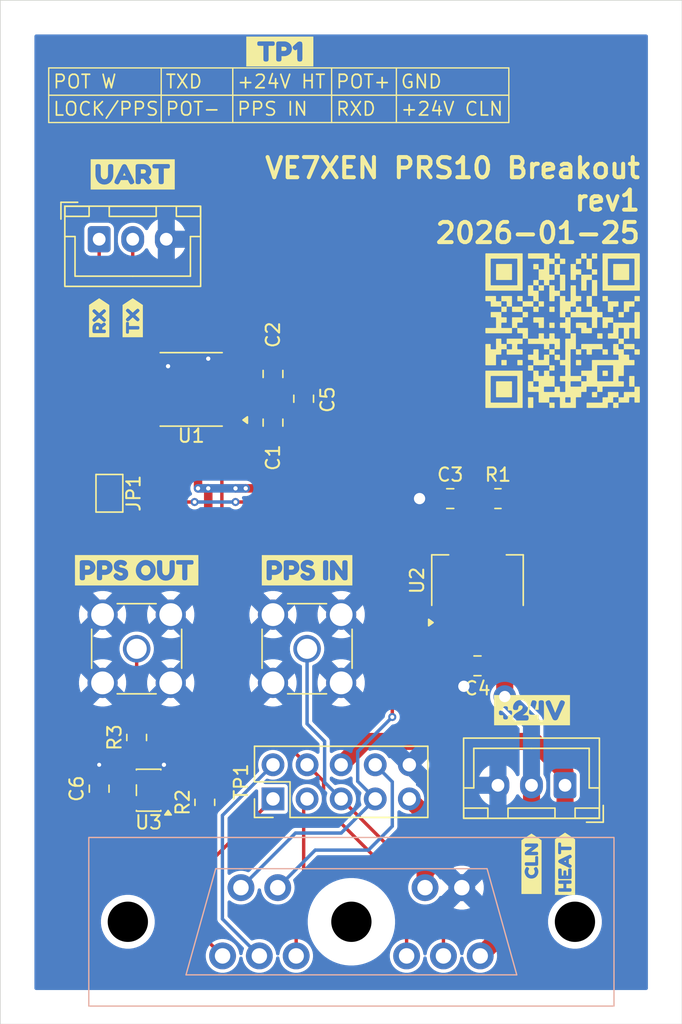
<source format=kicad_pcb>
(kicad_pcb
	(version 20241229)
	(generator "pcbnew")
	(generator_version "9.0")
	(general
		(thickness 1.6)
		(legacy_teardrops no)
	)
	(paper "A4")
	(title_block
		(title "PRS10 Breakout")
		(date "2026-01-25")
		(rev "1")
		(company "VE7XEN")
	)
	(layers
		(0 "F.Cu" signal)
		(2 "B.Cu" signal)
		(9 "F.Adhes" user "F.Adhesive")
		(11 "B.Adhes" user "B.Adhesive")
		(13 "F.Paste" user)
		(15 "B.Paste" user)
		(5 "F.SilkS" user "F.Silkscreen")
		(7 "B.SilkS" user "B.Silkscreen")
		(1 "F.Mask" user)
		(3 "B.Mask" user)
		(17 "Dwgs.User" user "User.Drawings")
		(19 "Cmts.User" user "User.Comments")
		(21 "Eco1.User" user "User.Eco1")
		(23 "Eco2.User" user "User.Eco2")
		(25 "Edge.Cuts" user)
		(27 "Margin" user)
		(31 "F.CrtYd" user "F.Courtyard")
		(29 "B.CrtYd" user "B.Courtyard")
		(35 "F.Fab" user)
		(33 "B.Fab" user)
		(39 "User.1" user)
		(41 "User.2" user)
		(43 "User.3" user)
		(45 "User.4" user)
	)
	(setup
		(stackup
			(layer "F.SilkS"
				(type "Top Silk Screen")
			)
			(layer "F.Paste"
				(type "Top Solder Paste")
			)
			(layer "F.Mask"
				(type "Top Solder Mask")
				(thickness 0.01)
			)
			(layer "F.Cu"
				(type "copper")
				(thickness 0.035)
			)
			(layer "dielectric 1"
				(type "core")
				(thickness 1.51)
				(material "FR4")
				(epsilon_r 4.5)
				(loss_tangent 0.02)
			)
			(layer "B.Cu"
				(type "copper")
				(thickness 0.035)
			)
			(layer "B.Mask"
				(type "Bottom Solder Mask")
				(thickness 0.01)
			)
			(layer "B.Paste"
				(type "Bottom Solder Paste")
			)
			(layer "B.SilkS"
				(type "Bottom Silk Screen")
			)
			(copper_finish "None")
			(dielectric_constraints no)
		)
		(pad_to_mask_clearance 0)
		(allow_soldermask_bridges_in_footprints no)
		(tenting front back)
		(aux_axis_origin 50.8 50.8)
		(grid_origin 50.8 50.8)
		(pcbplotparams
			(layerselection 0x00000000_00000000_55555555_5755f5ff)
			(plot_on_all_layers_selection 0x00000000_00000000_00000000_00000000)
			(disableapertmacros no)
			(usegerberextensions no)
			(usegerberattributes yes)
			(usegerberadvancedattributes yes)
			(creategerberjobfile yes)
			(dashed_line_dash_ratio 12.000000)
			(dashed_line_gap_ratio 3.000000)
			(svgprecision 4)
			(plotframeref no)
			(mode 1)
			(useauxorigin no)
			(hpglpennumber 1)
			(hpglpenspeed 20)
			(hpglpendiameter 15.000000)
			(pdf_front_fp_property_popups yes)
			(pdf_back_fp_property_popups yes)
			(pdf_metadata yes)
			(pdf_single_document no)
			(dxfpolygonmode yes)
			(dxfimperialunits yes)
			(dxfusepcbnewfont yes)
			(psnegative no)
			(psa4output no)
			(plot_black_and_white yes)
			(sketchpadsonfab no)
			(plotpadnumbers no)
			(hidednponfab no)
			(sketchdnponfab yes)
			(crossoutdnponfab yes)
			(subtractmaskfromsilk no)
			(outputformat 1)
			(mirror no)
			(drillshape 1)
			(scaleselection 1)
			(outputdirectory "")
		)
	)
	(net 0 "")
	(net 1 "GND")
	(net 2 "Net-(C3-Pad1)")
	(net 3 "+24V")
	(net 4 "+3.3V")
	(net 5 "/LOCK{slash}1PPS")
	(net 6 "/POT-")
	(net 7 "/RXD{slash}EFC")
	(net 8 "/TXD{slash}PHOTO")
	(net 9 "/1PPS_IN{slash}PHOTO")
	(net 10 "/POT WIPER")
	(net 11 "/POT+")
	(net 12 "/TXD")
	(net 13 "Net-(U1-C1+)")
	(net 14 "unconnected-(U1-R2OUT-Pad9)")
	(net 15 "Net-(U1-VS-)")
	(net 16 "/RXD")
	(net 17 "Net-(U1-C2+)")
	(net 18 "Net-(U1-C2-)")
	(net 19 "unconnected-(U1-T2OUT-Pad7)")
	(net 20 "Net-(U1-C1-)")
	(net 21 "Net-(U1-VS+)")
	(net 22 "Net-(R2-Pad2)")
	(net 23 "Net-(J2-In)")
	(net 24 "unconnected-(U3-NC-Pad1)")
	(net 25 "Net-(JP1-A)")
	(net 26 "Net-(R3-Pad1)")
	(net 27 "/+24V_CLEAN")
	(footprint "Jumper:SolderJumper-2_P1.3mm_Bridged_Pad1.0x1.5mm" (layer "F.Cu") (at 58.928 87.488 -90))
	(footprint "Package_TO_SOT_SMD:SOT-23-5" (layer "F.Cu") (at 61.8505 109.586 180))
	(footprint "Resistor_SMD:R_0805_2012Metric" (layer "F.Cu") (at 60.96 105.664 90))
	(footprint "kibuzzard-6976FD06" (layer "F.Cu") (at 60.96 93.218))
	(footprint "Capacitor_SMD:C_0805_2012Metric" (layer "F.Cu") (at 71.12 82.23 90))
	(footprint "Connector_JST:JST_XH_B3B-XH-A_1x03_P2.50mm_Vertical" (layer "F.Cu") (at 58.166 68.58))
	(footprint "Capacitor_SMD:C_0805_2012Metric" (layer "F.Cu") (at 84.328 87.884 180))
	(footprint "kibuzzard-6976FF16" (layer "F.Cu") (at 60.666 74.422 90))
	(footprint "Connector_Coaxial:SMA_Amphenol_901-144_Vertical" (layer "F.Cu") (at 73.66 99.06))
	(footprint "kibuzzard-6976FF10" (layer "F.Cu") (at 58.166 74.422 90))
	(footprint "kibuzzard-6976FD22" (layer "F.Cu") (at 73.66 93.218))
	(footprint "Capacitor_SMD:C_0805_2012Metric" (layer "F.Cu") (at 86.36 100.33 180))
	(footprint "Capacitor_SMD:C_0805_2012Metric" (layer "F.Cu") (at 58.166 109.474 90))
	(footprint "Connector_PinHeader_2.54mm:PinHeader_2x05_P2.54mm_Vertical" (layer "F.Cu") (at 71.12 110.236 90))
	(footprint "Connector_Coaxial:SMA_Amphenol_901-144_Vertical" (layer "F.Cu") (at 60.96 99.06))
	(footprint "kibuzzard-6976FD56" (layer "F.Cu") (at 90.424 103.632))
	(footprint "Package_TO_SOT_SMD:SOT-223-3_TabPin2" (layer "F.Cu") (at 86.36 93.98 90))
	(footprint "Package_SO:TSSOP-16_4.4x5mm_P0.65mm" (layer "F.Cu") (at 65.024 79.756 180))
	(footprint "Capacitor_SMD:C_0805_2012Metric" (layer "F.Cu") (at 73.406 80.452 90))
	(footprint "Resistor_SMD:R_0805_2012Metric" (layer "F.Cu") (at 66.04 110.49 90))
	(footprint "kibuzzard-6976FF50" (layer "F.Cu") (at 90.384 115.062 90))
	(footprint "Connector_JST:JST_XH_B3B-XH-A_1x03_P2.50mm_Vertical" (layer "F.Cu") (at 92.884 109.22 180))
	(footprint "kibuzzard-69771454" (layer "F.Cu") (at 71.628 54.61))
	(footprint "kibuzzard-6976FF5D" (layer "F.Cu") (at 92.884 115.062 90))
	(footprint "kibuzzard-6976FE8D" (layer "F.Cu") (at 60.666 63.754))
	(footprint "Capacitor_SMD:C_0805_2012Metric" (layer "F.Cu") (at 71.12 78.608 90))
	(footprint "Resistor_SMD:R_0805_2012Metric" (layer "F.Cu") (at 87.884 87.884 180))
	(footprint "projlib:11W1" (layer "B.Cu") (at 76.962 119.38))
	(gr_poly
		(pts
			(xy 89.725562 74.748244) (xy 89.725511 74.750286) (xy 89.725357 74.7523) (xy 89.725105 74.754286)
			(xy 89.724755 74.75624) (xy 89.724312 74.758159) (xy 89.723777 74.760042) (xy 89.723153 74.761886)
			(xy 89.722442 74.763688) (xy 89.721647 74.765446) (xy 89.72077 74.767157) (xy 89.719814 74.768819)
			(xy 89.718781 74.77043) (xy 89.717674 74.771986) (xy 89.716496 74.773485) (xy 89.715248 74.774925)
			(xy 89.713934 74.776304) (xy 89.712555 74.777618) (xy 89.711115 74.778866) (xy 89.709616 74.780045)
			(xy 89.70806 74.781152) (xy 89.706449 74.782184) (xy 89.704787 74.78314) (xy 89.703076 74.784017)
			(xy 89.701318 74.784812) (xy 89.699516 74.785523) (xy 89.697673 74.786147) (xy 89.69579 74.786682)
			(xy 89.69387 74.787126) (xy 89.691916 74.787475) (xy 89.689931 74.787727) (xy 89.687916 74.787881)
			(xy 89.685875 74.787933) (xy 89.368376 74.787933) (xy 89.366334 74.787984) (xy 89.36432 74.788138)
			(xy 89.362334 74.78839) (xy 89.36038 74.788739) (xy 89.358461 74.789183) (xy 89.356578 74.789718)
			(xy 89.354734 74.790342) (xy 89.352932 74.791053) (xy 89.351174 74.791848) (xy 89.349463 74.792725)
			(xy 89.347801 74.793681) (xy 89.346191 74.794713) (xy 89.344635 74.79582) (xy 89.343135 74.796999)
			(xy 89.341695 74.798246) (xy 89.340316 74.799561) (xy 89.339002 74.800939) (xy 89.337754 74.80238)
			(xy 89.336576 74.803879) (xy 89.335469 74.805435) (xy 89.334436 74.807046) (xy 89.33348 74.808707)
			(xy 89.332603 74.810419) (xy 89.331808 74.812177) (xy 89.331097 74.813979) (xy 89.330473 74.815822)
			(xy 89.329938 74.817705) (xy 89.329495 74.819625) (xy 89.329145 74.821578) (xy 89.328893 74.823564)
			(xy 89.32874 74.825579) (xy 89.328688 74.82762) (xy 89.328688 75.184807) (xy 89.289001 75.184807)
			(xy 88.931814 75.184807) (xy 88.931814 74.430745) (xy 88.931865 74.428704) (xy 88.932019 74.426689)
			(xy 88.932271 74.424704) (xy 88.93262 74.42275) (xy 88.933063 74.42083) (xy 88.933598 74.418948)
			(xy 88.934222 74.417104) (xy 88.934932 74.415302) (xy 88.935727 74.413544) (xy 88.936604 74.411833)
			(xy 88.937559 74.410171) (xy 88.938591 74.408561) (xy 88.939698 74.407004) (xy 88.940876 74.405505)
			(xy 88.942123 74.404065) (xy 88.943438 74.402686) (xy 88.944816 74.401372) (xy 88.946256 74.400124)
			(xy 88.947755 74.398946) (xy 88.949311 74.397839) (xy 88.950921 74.396806) (xy 88.952583 74.39585)
			(xy 88.954295 74.394973) (xy 88.956053 74.394178) (xy 88.957855 74.393467) (xy 88.959699 74.392843)
			(xy 88.961582 74.392308) (xy 88.963502 74.391865) (xy 88.965457 74.391515) (xy 88.967443 74.391263)
			(xy 88.969459 74.39111) (xy 88.971501 74.391058) (xy 89.725562 74.391058)
		)
		(stroke
			(width 0)
			(type solid)
		)
		(fill yes)
		(layer "F.SilkS")
		(uuid "01f4af6f-2fe6-4066-b4e0-cf69bd4615e5")
	)
	(gr_poly
		(pts
			(xy 98.02228 76.375482) (xy 98.024295 76.375635) (xy 98.02628 76.375888) (xy 98.028234 76.376237)
			(xy 98.030154 76.376681) (xy 98.032037 76.377216) (xy 98.03388 76.37784) (xy 98.035682 76.378551)
			(xy 98.03744 76.379346) (xy 98.039151 76.380223) (xy 98.040813 76.381179) (xy 98.042424 76.382211)
			(xy 98.04398 76.383318) (xy 98.045479 76.384497) (xy 98.04692 76.385744) (xy 98.048298 76.387059)
			(xy 98.049613 76.388437) (xy 98.05086 76.389878) (xy 98.052039 76.391377) (xy 98.053146 76.392933)
			(xy 98.054178 76.394543) (xy 98.055134 76.396205) (xy 98.056011 76.397917) (xy 98.056806 76.399674)
			(xy 98.057517 76.401476) (xy 98.058141 76.40332) (xy 98.058676 76.405203) (xy 98.05912 76.407123)
			(xy 98.059469 76.409076) (xy 98.059722 76.411062) (xy 98.059875 76.413077) (xy 98.059927 76.415118)
			(xy 98.059927 76.772304) (xy 98.02024 76.772304) (xy 97.266177 76.772304) (xy 97.266177 76.37543)
			(xy 98.020239 76.37543)
		)
		(stroke
			(width 0)
			(type solid)
		)
		(fill yes)
		(layer "F.SilkS")
		(uuid "06158d39-d673-49fd-a078-c64b9e7b8d53")
	)
	(gr_poly
		(pts
			(xy 90.916186 73.954496) (xy 90.916134 73.956537) (xy 90.915981 73.958552) (xy 90.915728 73.960537)
			(xy 90.915379 73.962491) (xy 90.914936 73.96441) (xy 90.914401 73.966293) (xy 90.913776 73.968137)
			(xy 90.913065 73.969939) (xy 90.91227 73.971697) (xy 90.911394 73.973408) (xy 90.910438 73.97507)
			(xy 90.909405 73.97668) (xy 90.908298 73.978236) (xy 90.90712 73.979736) (xy 90.905872 73.981176)
			(xy 90.904557 73.982555) (xy 90.903179 73.983869) (xy 90.901739 73.985117) (xy 90.900239 73.986295)
			(xy 90.898683 73.987402) (xy 90.897073 73.988435) (xy 90.895411 73.989391) (xy 90.8937 73.990268)
			(xy 90.891942 73.991063) (xy 90.89014 73.991774) (xy 90.888296 73.992398) (xy 90.886413 73.992933)
			(xy 90.884493 73.993376) (xy 90.88254 73.993726) (xy 90.880554 73.993978) (xy 90.878539 73.994132)
			(xy 90.876498 73.994183) (xy 90.558999 73.994183) (xy 90.556958 73.994132) (xy 90.554943 73.993978)
			(xy 90.552958 73.993726) (xy 90.551004 73.993376) (xy 90.549084 73.992933) (xy 90.547201 73.992398)
			(xy 90.545358 73.991774) (xy 90.543556 73.991063) (xy 90.541798 73.990268) (xy 90.540087 73.989391)
			(xy 90.538425 73.988435) (xy 90.536814 73.987402) (xy 90.535258 73.986295) (xy 90.533759 73.985117)
			(xy 90.532318 73.983869) (xy 90.53094 73.982555) (xy 90.529626 73.981176) (xy 90.528378 73.979736)
			(xy 90.527199 73.978237) (xy 90.526092 73.97668) (xy 90.52506 73.97507) (xy 90.524104 73.973408)
			(xy 90.523227 73.971697) (xy 90.522432 73.969939) (xy 90.521721 73.968137) (xy 90.521097 73.966293)
			(xy 90.520562 73.964411) (xy 90.520118 73.962491) (xy 90.519769 73.960537) (xy 90.519517 73.958552)
			(xy 90.519363 73.956537) (xy 90.519312 73.954496) (xy 90.519312 73.597309) (xy 90.916186 73.597309)
		)
		(stroke
			(width 0)
			(type solid)
		)
		(fill yes)
		(layer "F.SilkS")
		(uuid "0742892b-3c90-4cbe-b4c6-21f969455b15")
	)
	(gr_poly
		(pts
			(xy 95.641033 75.581733) (xy 95.643048 75.581886) (xy 95.645033 75.582139) (xy 95.646987 75.582488)
			(xy 95.648907 75.582931) (xy 95.65079 75.583466) (xy 95.652633 75.584091) (xy 95.654435 75.584802)
			(xy 95.656193 75.585597) (xy 95.657905 75.586473) (xy 95.659567 75.587429) (xy 95.661177 75.588462)
			(xy 95.662733 75.589569) (xy 95.664232 75.590747) (xy 95.665673 75.591995) (xy 95.667051 75.59331)
			(xy 95.668366 75.594688) (xy 95.669614 75.596128) (xy 95.670792 75.597628) (xy 95.671899 75.599184)
			(xy 95.672932 75.600794) (xy 95.673888 75.602456) (xy 95.674764 75.604168) (xy 95.67556 75.605925)
			(xy 95.676271 75.607727) (xy 95.676895 75.609571) (xy 95.67743 75.611454) (xy 95.677873 75.613374)
			(xy 95.678223 75.615328) (xy 95.678475 75.617313) (xy 95.678628 75.619328) (xy 95.67868 75.621369)
			(xy 95.67868 75.938868) (xy 95.678628 75.94091) (xy 95.678475 75.942924) (xy 95.678223 75.94491)
			(xy 95.677873 75.946864) (xy 95.67743 75.948783) (xy 95.676895 75.950666) (xy 95.676271 75.95251)
			(xy 95.67556 75.954312) (xy 95.674764 75.95607) (xy 95.673888 75.957781) (xy 95.672932 75.959443)
			(xy 95.671899 75.961053) (xy 95.670792 75.962609) (xy 95.669614 75.964109) (xy 95.668366 75.965549)
			(xy 95.667051 75.966927) (xy 95.665673 75.968242) (xy 95.664232 75.96949) (xy 95.662733 75.970668)
			(xy 95.661177 75.971775) (xy 95.659567 75.972808) (xy 95.657905 75.973763) (xy 95.656193 75.97464)
			(xy 95.654435 75.975435) (xy 95.652633 75.976146) (xy 95.65079 75.976771) (xy 95.648907 75.977306)
			(xy 95.646987 75.977749) (xy 95.645033 75.978098) (xy 95.643048 75.978351) (xy 95.641033 75.978504)
			(xy 95.638992 75.978556) (xy 95.321493 75.978556) (xy 95.319451 75.978504) (xy 95.317437 75.978351)
			(xy 95.315451 75.978098) (xy 95.313498 75.977749) (xy 95.311578 75.977306) (xy 95.309695 75.976771)
			(xy 95.307851 75.976146) (xy 95.306049 75.975435) (xy 95.304292 75.97464) (xy 95.30258 75.973763)
			(xy 95.300918 75.972808) (xy 95.299308 75.971775) (xy 95.297752 75.970668) (xy 95.296253 75.96949)
			(xy 95.294812 75.968242) (xy 95.293434 75.966927) (xy 95.292119 75.965549) (xy 95.290872 75.964109)
			(xy 95.289693 75.962609) (xy 95.288586 75.961053) (xy 95.287554 75.959443) (xy 95.286598 75.957781)
			(xy 95.285721 75.95607) (xy 95.284926 75.954312) (xy 95.284215 75.95251) (xy 95.283591 75.950666)
			(xy 95.283056 75.948783) (xy 95.282612 75.946864) (xy 95.282263 75.94491) (xy 95.28201 75.942924)
			(xy 95.281857 75.94091) (xy 95.281805 75.938868) (xy 95.281805 75.621369) (xy 95.281857 75.619328)
			(xy 95.28201 75.617313) (xy 95.282263 75.615328) (xy 95.282612 75.613374) (xy 95.283056 75.611454)
			(xy 95.283591 75.609571) (xy 95.284215 75.607727) (xy 95.284926 75.605925) (xy 95.285721 75.604168)
			(xy 95.286598 75.602456) (xy 95.287554 75.600794) (xy 95.288586 75.599184) (xy 95.289693 75.597628)
			(xy 95.290872 75.596128) (xy 95.292119 75.594688) (xy 95.293434 75.59331) (xy 95.294812 75.591995)
			(xy 95.296253 75.590747) (xy 95.297752 75.589569) (xy 95.299308 75.588462) (xy 95.300918 75.587429)
			(xy 95.30258 75.586473) (xy 95.304292 75.585597) (xy 95.306049 75.584802) (xy 95.307851 75.584091)
			(xy 95.309695 75.583466) (xy 95.311578 75.582931) (xy 95.313498 75.582488) (xy 95.315451 75.582139)
			(xy 95.317437 75.581886) (xy 95.319451 75.581733) (xy 95.321493 75.581681) (xy 95.638992 75.581681)
		)
		(stroke
			(width 0)
			(type solid)
		)
		(fill yes)
		(layer "F.SilkS")
		(uuid "07b6f201-4d9d-45a7-b04d-5b9ebdf69389")
	)
	(gr_poly
		(pts
			(xy 98.02228 78.756729) (xy 98.024295 78.756882) (xy 98.02628 78.757135) (xy 98.028234 78.757484)
			(xy 98.030154 78.757927) (xy 98.032037 78.758462) (xy 98.03388 78.759087) (xy 98.035682 78.759797)
			(xy 98.03744 78.760593) (xy 98.039151 78.761469) (xy 98.040813 78.762425) (xy 98.042424 78.763458)
			(xy 98.04398 78.764565) (xy 98.045479 78.765743) (xy 98.04692 78.766991) (xy 98.048298 78.768305)
			(xy 98.049613 78.769684) (xy 98.05086 78.771124) (xy 98.052039 78.772624) (xy 98.053146 78.77418)
			(xy 98.054178 78.77579) (xy 98.055134 78.777452) (xy 98.056011 78.779163) (xy 98.056806 78.780921)
			(xy 98.057517 78.782723) (xy 98.058141 78.784567) (xy 98.058676 78.78645) (xy 98.05912 78.78837)
			(xy 98.059469 78.790324) (xy 98.059722 78.792309) (xy 98.059875 78.794324) (xy 98.059927 78.796365)
			(xy 98.059927 79.550426) (xy 98.020239 79.550426) (xy 97.702739 79.550426) (xy 97.700698 79.550375)
			(xy 97.698684 79.550221) (xy 97.696698 79.549969) (xy 97.694744 79.54962) (xy 97.692825 79.549176)
			(xy 97.690942 79.548641) (xy 97.689098 79.548017) (xy 97.687296 79.547306) (xy 97.685539 79.546511)
			(xy 97.683827 79.545634) (xy 97.682165 79.544678) (xy 97.680555 79.543645) (xy 97.678999 79.542539)
			(xy 97.6775 79.54136) (xy 97.67606 79.540112) (xy 97.674681 79.538798) (xy 97.673367 79.537419) (xy 97.672119 79.535979)
			(xy 97.67094 79.53448) (xy 97.669834 79.532923) (xy 97.668801 79.531313) (xy 97.667845 79.529651)
			(xy 97.666968 79.52794) (xy 97.666173 79.526182) (xy 97.665462 79.52438) (xy 97.664838 79.522536)
			(xy 97.664303 79.520653) (xy 97.663859 79.518734) (xy 97.66351 79.51678) (xy 97.663258 79.514794)
			(xy 97.663104 79.51278) (xy 97.663053 79.510738) (xy 97.663053 78.796365) (xy 97.663104 78.794324)
			(xy 97.663258 78.792309) (xy 97.66351 78.790324) (xy 97.663859 78.78837) (xy 97.664303 78.78645)
			(xy 97.664838 78.784567) (xy 97.665462 78.782723) (xy 97.666173 78.780921) (xy 97.666968 78.779163)
			(xy 97.667845 78.777452) (xy 97.668801 78.77579) (xy 97.669834 78.77418) (xy 97.67094 78.772624)
			(xy 97.672119 78.771124) (xy 97.673367 78.769684) (xy 97.674681 78.768305) (xy 97.67606 78.766991)
			(xy 97.6775 78.765743) (xy 97.678999 78.764565) (xy 97.680555 78.763458) (xy 97.682165 78.762425)
			(xy 97.683827 78.761469) (xy 97.685539 78.760593) (xy 97.687296 78.759797) (xy 97.689098 78.759087)
			(xy 97.690942 78.758462) (xy 97.692825 78.757927) (xy 97.694744 78.757484) (xy 97.696698 78.757135)
			(xy 97.698684 78.756882) (xy 97.700698 78.756729) (xy 97.702739 78.756677) (xy 98.020239 78.756677)
		)
		(stroke
			(width 0)
			(type solid)
		)
		(fill yes)
		(layer "F.SilkS")
		(uuid "1656b970-a781-4571-b66e-95ab9e45dc46")
	)
	(gr_poly
		(pts
			(xy 96.037908 72.803612) (xy 96.039923 72.803765) (xy 96.041908 72.804017) (xy 96.043862 72.804367)
			(xy 96.045781 72.80481) (xy 96.047664 72.805345) (xy 96.049508 72.805969) (xy 96.05131 72.80668)
			(xy 96.053068 72.807475) (xy 96.054779 72.808352) (xy 96.056441 72.809308) (xy 96.058051 72.810341)
			(xy 96.059607 72.811448) (xy 96.061107 72.812626) (xy 96.062547 72.813874) (xy 96.063926 72.815188)
			(xy 96.06524 72.816567) (xy 96.066488 72.818007) (xy 96.067666 72.819507) (xy 96.068773 72.821063)
			(xy 96.069806 72.822673) (xy 96.070762 72.824335) (xy 96.071639 72.826046) (xy 96.072434 72.827804)
			(xy 96.073145 72.829606) (xy 96.073769 72.83145) (xy 96.074304 72.833333) (xy 96.074747 72.835252)
			(xy 96.075096 72.837206) (xy 96.075349 72.839192) (xy 96.075502 72.841206) (xy 96.075554 72.843248)
			(xy 96.075554 73.200435) (xy 96.035867 73.200435) (xy 95.718367 73.200435) (xy 95.716326 73.200383)
			(xy 95.714312 73.20023) (xy 95.712326 73.199977) (xy 95.710372 73.199628) (xy 95.708453 73.199184)
			(xy 95.70657 73.198649) (xy 95.704726 73.198025) (xy 95.702924 73.197314) (xy 95.701166 73.196519)
			(xy 95.699455 73.195642) (xy 95.697793 73.194686) (xy 95.696183 73.193654) (xy 95.694627 73.192547)
			(xy 95.693127 73.191368) (xy 95.691687 73.19012) (xy 95.690308 73.188806) (xy 95.688994 73.187427)
			(xy 95.687746 73.185987) (xy 95.686568 73.184488) (xy 95.685461 73.182932) (xy 95.684428 73.181321)
			(xy 95.683472 73.179659) (xy 95.682596 73.177948) (xy 95.6818 73.17619) (xy 95.68109 73.174388) (xy 95.680465 73.172545)
			(xy 95.67993 73.170662) (xy 95.679487 73.168742) (xy 95.679138 73.166788) (xy 95.678885 73.164803)
			(xy 95.678732 73.162788) (xy 95.67868 73.160747) (xy 95.67868 72.843248) (xy 95.678732 72.841206)
			(xy 95.678885 72.839192) (xy 95.679138 72.837206) (xy 95.679487 72.835252) (xy 95.67993 72.833333)
			(xy 95.680465 72.83145) (xy 95.68109 72.829606) (xy 95.6818 72.827804) (xy 95.682596 72.826046) (xy 95.683472 72.824335)
			(xy 95.684428 72.822673) (xy 95.685461 72.821063) (xy 95.686568 72.819507) (xy 95.687746 72.818007)
			(xy 95.688994 72.816567) (xy 95.690308 72.815188) (xy 95.691687 72.813874) (xy 95.693127 72.812626)
			(xy 95.694627 72.811448) (xy 95.696183 72.810341) (xy 95.697793 72.809308) (xy 95.699455 72.808352)
			(xy 95.701166 72.807475) (xy 95.702924 72.80668) (xy 95.704726 72.805969) (xy 95.70657 72.805345)
			(xy 95.708453 72.80481) (xy 95.710372 72.804367) (xy 95.712326 72.804017) (xy 95.714312 72.803765)
			(xy 95.716326 72.803612) (xy 95.718367 72.80356) (xy 96.035867 72.80356)
		)
		(stroke
			(width 0)
			(type solid)
		)
		(fill yes)
		(layer "F.SilkS")
		(uuid "19b4bef0-674f-4d02-a7ad-c295d393f7e8")
	)
	(gr_poly
		(pts
			(xy 95.281805 80.304488) (xy 95.281754 80.306529) (xy 95.2816 80.308544) (xy 95.281348 80.310529)
			(xy 95.280999 80.312483) (xy 95.280555 80.314403) (xy 95.28002 80.316286) (xy 95.279396 80.318129)
			(xy 95.278685 80.319931) (xy 95.27789 80.321689) (xy 95.277013 80.3234) (xy 95.276057 80.325062)
			(xy 95.275024 80.326673) (xy 95.273918 80.328229) (xy 95.272739 80.329728) (xy 95.271491 80.331169)
			(xy 95.270177 80.332547) (xy 95.268798 80.333862) (xy 95.267358 80.335109) (xy 95.265859 80.336288)
			(xy 95.264303 80.337395) (xy 95.262692 80.338427) (xy 95.26103 80.339383) (xy 95.259319 80.34026)
			(xy 95.257561 80.341055) (xy 95.255759 80.341766) (xy 95.253915 80.34239) (xy 95.252032 80.342926)
			(xy 95.250113 80.343369) (xy 95.248159 80.343718) (xy 95.246173 80.343971) (xy 95.244159 80.344124)
			(xy 95.242117 80.344176) (xy 94.924618 80.344176) (xy 94.922577 80.344124) (xy 94.920562 80.343971)
			(xy 94.918577 80.343718) (xy 94.916623 80.343369) (xy 94.914703 80.342926) (xy 94.91282 80.34239)
			(xy 94.910977 80.341766) (xy 94.909175 80.341055) (xy 94.907417 80.34026) (xy 94.905706 80.339383)
			(xy 94.904044 80.338427) (xy 94.902433 80.337395) (xy 94.900877 80.336288) (xy 94.899378 80.335109)
			(xy 94.897938 80.333862) (xy 94.896559 80.332547) (xy 94.895245 80.331169) (xy 94.893997 80.329728)
			(xy 94.892819 80.328229) (xy 94.891712 80.326673) (xy 94.890679 80.325062) (xy 94.889723 80.3234)
			(xy 94.888846 80.321689) (xy 94.888051 80.319931) (xy 94.88734 80.318129) (xy 94.886716 80.316286)
			(xy 94.886181 80.314403) (xy 94.885738 80.312483) (xy 94.885388 80.310529) (xy 94.885136 80.308544)
			(xy 94.884982 80.306529) (xy 94.884931 80.304488) (xy 94.884931 79.986988) (xy 94.884982 79.984947)
			(xy 94.885136 79.982932) (xy 94.885388 79.980947) (xy 94.885738 79.978993) (xy 94.886181 79.977074)
			(xy 94.886716 79.975191) (xy 94.88734 79.973347) (xy 94.888051 79.971545) (xy 94.888846 79.969787)
			(xy 94.889723 79.968076) (xy 94.890679 79.966414) (xy 94.891712 79.964804) (xy 94.892819 79.963247)
			(xy 94.893997 79.961748) (xy 94.895245 79.960308) (xy 94.896559 79.958929) (xy 94.897938 79.957615)
			(xy 94.899378 79.956367) (xy 94.900877 79.955188) (xy 94.902433 79.954081) (xy 94.904044 79.953049)
			(xy 94.905706 79.952093) (xy 94.907417 79.951216) (xy 94.909175 79.950421) (xy 94.910977 79.94971)
			(xy 94.91282 79.949086) (xy 94.914703 79.948551) (xy 94.916623 79.948107) (xy 94.918577 79.947758)
			(xy 94.920562 79.947505) (xy 94.922577 79.947352) (xy 94.924618 79.9473) (xy 95.281805 79.9473)
		)
		(stroke
			(width 0)
			(type solid)
		)
		(fill yes)
		(layer "F.SilkS")
		(uuid "1a6b34cf-30ff-4e63-9fae-f2f141236957")
	)
	(gr_poly
		(pts
			(xy 96.869303 81.098237) (xy 96.869252 81.100278) (xy 96.869098 81.102293) (xy 96.868846 81.104278)
			(xy 96.868497 81.106232) (xy 96.868053 81.108151) (xy 96.867518 81.110034) (xy 96.866894 81.111878)
			(xy 96.866183 81.11368) (xy 96.865388 81.115438) (xy 96.864511 81.117149) (xy 96.863555 81.118811)
			(xy 96.862522 81.120421) (xy 96.861416 81.121977) (xy 96.860237 81.123477) (xy 96.858989 81.124917)
			(xy 96.857675 81.126295) (xy 96.856296 81.12761) (xy 96.854856 81.128857) (xy 96.853357 81.130036)
			(xy 96.8518 81.131143) (xy 96.85019 81.132175) (xy 96.848528 81.133131) (xy 96.846817 81.134008)
			(xy 96.845059 81.134803) (xy 96.843257 81.135514) (xy 96.841413 81.136138) (xy 96.83953 81.136673)
			(xy 96.837611 81.137117) (xy 96.835657 81.137466) (xy 96.833671 81.137719) (xy 96.831657 81.137872)
			(xy 96.829615 81.137924) (xy 96.512116 81.137924) (xy 96.510075 81.137872) (xy 96.50806 81.137719)
			(xy 96.506075 81.137466) (xy 96.504121 81.137117) (xy 96.502201 81.136673) (xy 96.500318 81.136138)
			(xy 96.498475 81.135514) (xy 96.496673 81.134803) (xy 96.494915 81.134008) (xy 96.493204 81.133131)
			(xy 96.491542 81.132175) (xy 96.489931 81.131143) (xy 96.488375 81.130036) (xy 96.486876 81.128857)
			(xy 96.485436 81.12761) (xy 96.484057 81.126295) (xy 96.482743 81.124917) (xy 96.481495 81.123477)
			(xy 96.480316 81.121977) (xy 96.47921 81.120421) (xy 96.478177 81.118811) (xy 96.477221 81.117149)
			(xy 96.476344 81.115438) (xy 96.475549 81.11368) (xy 96.474838 81.111878) (xy 96.474214 81.110034)
			(xy 96.473679 81.108151) (xy 96.473235 81.106232) (xy 96.472886 81.104278) (xy 96.472634 81.102293)
			(xy 96.47248 81.100278) (xy 96.472429 81.098237) (xy 96.472429 80.74105) (xy 96.869303 80.74105)
		)
		(stroke
			(width 0)
			(type solid)
		)
		(fill yes)
		(layer "F.SilkS")
		(uuid "1ac72c5c-3611-464b-8437-a357a462e260")
	)
	(gr_poly
		(pts
			(xy 87.703545 72.803612) (xy 87.70556 72.803765) (xy 87.707547 72.804017) (xy 87.709501 72.804367)
			(xy 87.711421 72.80481) (xy 87.713305 72.805345) (xy 87.715149 72.805969) (xy 87.716951 72.80668)
			(xy 87.718709 72.807475) (xy 87.72042 72.808352) (xy 87.722082 72.809308) (xy 87.723692 72.810341)
			(xy 87.725248 72.811448) (xy 87.726748 72.812626) (xy 87.728188 72.813874) (xy 87.729566 72.815188)
			(xy 87.73088 72.816567) (xy 87.732127 72.818007) (xy 87.733306 72.819507) (xy 87.734412 72.821063)
			(xy 87.735444 72.822673) (xy 87.7364 72.824335) (xy 87.737276 72.826046) (xy 87.738071 72.827804)
			(xy 87.738782 72.829606) (xy 87.739406 72.83145) (xy 87.739941 72.833333) (xy 87.740384 72.835252)
			(xy 87.740733 72.837206) (xy 87.740985 72.839192) (xy 87.741138 72.841206) (xy 87.74119 72.843248)
			(xy 87.74119 73.160747) (xy 87.741242 73.162788) (xy 87.741395 73.164803) (xy 87.741647 73.166788)
			(xy 87.741996 73.168742) (xy 87.742439 73.170662) (xy 87.742974 73.172545) (xy 87.743598 73.174388)
			(xy 87.744309 73.17619) (xy 87.745103 73.177948) (xy 87.74598 73.179659) (xy 87.746936 73.181321)
			(xy 87.747968 73.182932) (xy 87.749074 73.184488) (xy 87.750252 73.185987) (xy 87.7515 73.187427)
			(xy 87.752814 73.188806) (xy 87.754192 73.19012) (xy 87.755632 73.191368) (xy 87.757132 73.192547)
			(xy 87.758687 73.193654) (xy 87.760298 73.194686) (xy 87.76196 73.195642) (xy 87.763671 73.196519)
			(xy 87.765429 73.197314) (xy 87.767231 73.198025) (xy 87.769075 73.198649) (xy 87.770959 73.199184)
			(xy 87.772879 73.199628) (xy 87.774833 73.199977) (xy 87.776819 73.20023) (xy 87.778835 73.200383)
			(xy 87.780877 73.200435) (xy 88.138064 73.200435) (xy 88.138064 72.843248) (xy 88.138116 72.841206)
			(xy 88.138269 72.839192) (xy 88.138522 72.837206) (xy 88.138871 72.835252) (xy 88.139314 72.833333)
			(xy 88.139849 72.83145) (xy 88.140473 72.829606) (xy 88.141183 72.827804) (xy 88.141978 72.826046)
			(xy 88.142854 72.824335) (xy 88.14381 72.822673) (xy 88.144842 72.821063) (xy 88.145949 72.819507)
			(xy 88.147127 72.818007) (xy 88.148374 72.816567) (xy 88.149688 72.815188) (xy 88.151067 72.813874)
			(xy 88.152507 72.812626) (xy 88.154006 72.811448) (xy 88.155562 72.810341) (xy 88.157172 72.809308)
			(xy 88.158834 72.808352) (xy 88.160545 72.807475) (xy 88.162303 72.80668) (xy 88.164106 72.805969)
			(xy 88.16595 72.805345) (xy 88.167833 72.80481) (xy 88.169753 72.804367) (xy 88.171708 72.804017)
			(xy 88.173694 72.803765) (xy 88.175709 72.803612) (xy 88.177752 72.80356) (xy 88.892126 72.80356)
			(xy 88.894168 72.803612) (xy 88.896184 72.803765) (xy 88.89817 72.804017) (xy 88.900124 72.804367)
			(xy 88.902045 72.80481) (xy 88.903928 72.805345) (xy 88.905772 72.805969) (xy 88.907574 72.80668)
			(xy 88.909332 72.807475) (xy 88.911044 72.808352) (xy 88.912706 72.809308) (xy 88.914316 72.810341)
			(xy 88.915872 72.811448) (xy 88.917371 72.812626) (xy 88.918811 72.813874) (xy 88.92019 72.815188)
			(xy 88.921504 72.816567) (xy 88.922751 72.818007) (xy 88.923929 72.819507) (xy 88.925036 72.821063)
			(xy 88.926068 72.822673) (xy 88.927024 72.824335) (xy 88.9279 72.826046) (xy 88.928695 72.827804)
			(xy 88.929405 72.829606) (xy 88.930029 72.83145) (xy 88.930564 72.833333) (xy 88.931007 72.835252)
			(xy 88.931356 72.837206) (xy 88.931609 72.839192) (xy 88.931762 72.841206) (xy 88.931814 72.843248)
			(xy 88.931814 73.597309) (xy 88.892127 73.597309) (xy 88.534939 73.597309) (xy 88.534939 73.240122)
			(xy 88.534887 73.238081) (xy 88.534734 73.236066) (xy 88.534482 73.234081) (xy 88.534133 73.232127)
			(xy 88.53369 73.230207) (xy 88.533155 73.228324) (xy 88.532531 73.226481) (xy 88.53182 73.224679)
			(xy 88.531025 73.222921) (xy 88.530149 73.22121) (xy 88.529193 73.219548) (xy 88.528161 73.217937)
			(xy 88.527055 73.216381) (xy 88.525876 73.214882) (xy 88.524629 73.213441) (xy 88.523315 73.212063)
			(xy 88.521937 73.210749) (xy 88.520497 73.209501) (xy 88.518997 73.208322) (xy 88.517441 73.207215)
			(xy 88.515831 73.206183) (xy 88.514169 73.205227) (xy 88.512458 73.20435) (xy 88.5107 73.203555)
			(xy 88.508898 73.202844) (xy 88.507054 73.20222) (xy 88.50517 73.201685) (xy 88.50325 73.201241)
			(xy 88.501296 73.200892) (xy 88.499309 73.20064) (xy 88.497294 73.200486) (xy 88.495252 73.200435)
			(xy 88.138064 73.200435) (xy 88.138064 73.597309) (xy 88.098378 73.597309) (xy 87.384003 73.597309)
			(xy 87.381961 73.597257) (xy 87.379945 73.597104) (xy 87.377959 73.596851) (xy 87.376004 73.596502)
			(xy 87.374084 73.596059) (xy 87.372201 73.595524) (xy 87.370357 73.594899) (xy 87.368554 73.594188)
			(xy 87.366796 73.593393) (xy 87.365085 73.592517) (xy 87.363423 73.591561) (xy 87.361813 73.590528)
			(xy 87.360257 73.589421) (xy 87.358758 73.588243) (xy 87.357318 73.586995) (xy 87.355939 73.58568)
			(xy 87.354625 73.584302) (xy 87.353378 73.582862) (xy 87.3522 73.581362) (xy 87.351093 73.579806)
			(xy 87.350061 73.578196) (xy 87.349105 73.576534) (xy 87.348229 73.574823) (xy 87.347434 73.573065)
			(xy 87.346724 73.571263) (xy 87.3461 73.569419) (xy 87.345565 73.567536) (xy 87.345122 73.565616)
			(xy 87.344773 73.563663) (xy 87.34452 73.561677) (xy 87.344367 73.559662) (xy 87.344315 73.557621)
			(xy 87.344315 73.240122) (xy 87.344264 73.238081) (xy 87.344111 73.236066) (xy 87.343858 73.234081)
			(xy 87.343509 73.232127) (xy 87.343066 73.230207) (xy 87.342531 73.228324) (xy 87.341907 73.226481)
			(xy 87.341197 73.224679) (xy 87.340402 73.222921) (xy 87.339526 73.22121) (xy 87.33857 73.219548)
			(xy 87.337538 73.217937) (xy 87.336431 73.216381) (xy 87.335253 73.214882) (xy 87.334006 73.213441)
			(xy 87.332692 73.212063) (xy 87.331313 73.210749) (xy 87.329873 73.209501) (xy 87.328374 73.208322)
			(xy 87.326818 73.207215) (xy 87.325208 73.206183) (xy 87.323546 73.205227) (xy 87.321834 73.20435)
			(xy 87.320076 73.203555) (xy 87.318274 73.202844) (xy 87.31643 73.20222) (xy 87.314547 73.201685)
			(xy 87.312627 73.201241) (xy 87.310672 73.200892) (xy 87.308686 73.20064) (xy 87.30667 73.200486)
			(xy 87.304628 73.200435) (xy 86.987128 73.200435) (xy 86.985086 73.200383) (xy 86.98307 73.20023)
			(xy 86.981084 73.199977) (xy 86.97913 73.199628) (xy 86.97721 73.199184) (xy 86.975326 73.198649)
			(xy 86.973482 73.198025) (xy 86.97168 73.197314) (xy 86.969922 73.196519) (xy 86.968211 73.195642)
			(xy 86.966549 73.194686) (xy 86.964939 73.193654) (xy 86.963383 73.192547) (xy 86.961883 73.191368)
			(xy 86.960443 73.19012) (xy 86.959065 73.188806) (xy 86.957751 73.187427) (xy 86.956503 73.185987)
			(xy 86.955325 73.184488) (xy 86.954219 73.182932) (xy 86.953187 73.181321) (xy 86.952231 73.179659)
			(xy 86.951355 73.177948) (xy 86.95056 73.17619) (xy 86.949849 73.174388) (xy 86.949225 73.172545)
			(xy 86.94869 73.170662) (xy 86.948247 73.168742) (xy 86.947898 73.166788) (xy 86.947646 73.164803)
			(xy 86.947493 73.162788) (xy 86.947441 73.160747) (xy 86.947441 72.843248) (xy 86.947493 72.841206)
			(xy 86.947646 72.839192) (xy 86.947898 72.837206) (xy 86.948247 72.835252) (xy 86.94869 72.833333)
			(xy 86.949225 72.83145) (xy 86.949849 72.829606) (xy 86.95056 72.827804) (xy 86.951355 72.826046)
			(xy 86.952231 72.824335) (xy 86.953187 72.822673) (xy 86.954219 72.821063) (xy 86.955325 72.819507)
			(xy 86.956503 72.818007) (xy 86.957751 72.816567) (xy 86.959065 72.815188) (xy 86.960443 72.813874)
			(xy 86.961883 72.812626) (xy 86.963383 72.811448) (xy 86.964939 72.810341) (xy 86.966549 72.809308)
			(xy 86.968211 72.808352) (xy 86.969922 72.807475) (xy 86.97168 72.80668) (xy 86.973482 72.805969)
			(xy 86.975326 72.805345) (xy 86.97721 72.80481) (xy 86.97913 72.804367) (xy 86.981084 72.804017)
			(xy 86.98307 72.803765) (xy 86.985086 72.803612) (xy 86.987128 72.80356) (xy 87.701503 72.80356)
		)
		(stroke
			(width 0)
			(type solid)
		)
		(fill yes)
		(layer "F.SilkS")
		(uuid "1ebef269-9c47-4d18-852e-417cb9b79b01")
	)
	(gr_poly
		(pts
			(xy 96.831657 79.947352) (xy 96.833671 79.947505) (xy 96.835657 79.947758) (xy 96.837611 79.948107)
			(xy 96.83953 79.948551) (xy 96.841413 79.949086) (xy 96.843257 79.94971) (xy 96.845059 79.950421)
			(xy 96.846817 79.951216) (xy 96.848528 79.952093) (xy 96.85019 79.953049) (xy 96.8518 79.954081)
			(xy 96.853357 79.955188) (xy 96.854856 79.956367) (xy 96.856296 79.957615) (xy 96.857675 79.958929)
			(xy 96.858989 79.960308) (xy 96.860237 79.961748) (xy 96.861416 79.963247) (xy 96.862522 79.964804)
			(xy 96.863555 79.966414) (xy 96.864511 79.968076) (xy 96.865388 79.969787) (xy 96.866183 79.971545)
			(xy 96.866894 79.973347) (xy 96.867518 79.975191) (xy 96.868053 79.977074) (xy 96.868497 79.978993)
			(xy 96.868846 79.980947) (xy 96.869098 79.982932) (xy 96.869252 79.984947) (xy 96.869303 79.986988)
			(xy 96.869303 80.344176) (xy 96.512116 80.344176) (xy 96.510075 80.344227) (xy 96.50806 80.344381)
			(xy 96.506075 80.344633) (xy 96.504121 80.344982) (xy 96.502201 80.345426) (xy 96.500318 80.345961)
			(xy 96.498475 80.346585) (xy 96.496673 80.347296) (xy 96.494915 80.348091) (xy 96.493204 80.348968)
			(xy 96.491542 80.349924) (xy 96.489931 80.350957) (xy 96.488375 80.352063) (xy 96.486876 80.353242)
			(xy 96.485436 80.35449) (xy 96.484057 80.355804) (xy 96.482743 80.357183) (xy 96.481495 80.358623)
			(xy 96.480316 80.360122) (xy 96.47921 80.361678) (xy 96.478177 80.363288) (xy 96.477221 80.36495)
			(xy 96.476344 80.366662) (xy 96.475549 80.368419) (xy 96.474838 80.370221) (xy 96.474214 80.372065)
			(xy 96.473679 80.373948) (xy 96.473235 80.375867) (xy 96.472886 80.377821) (xy 96.472634 80.379807)
			(xy 96.47248 80.381821) (xy 96.472429 80.383862) (xy 96.472429 80.74105) (xy 96.115242 80.74105)
			(xy 96.113201 80.741101) (xy 96.111186 80.741255) (xy 96.109201 80.741507) (xy 96.107247 80.741856)
			(xy 96.105327 80.7423) (xy 96.103444 80.742835) (xy 96.1016 80.743459) (xy 96.099798 80.74417) (xy 96.09804 80.744965)
			(xy 96.096329 80.745842) (xy 96.094667 80.746798) (xy 96.093057 80.747831) (xy 96.091501 80.748937)
			(xy 96.090001 80.750116) (xy 96.088561 80.751364) (xy 96.087182 80.752678) (xy 96.085868 80.754056)
			(xy 96.08462 80.755497) (xy 96.083442 80.756996) (xy 96.082335 80.758552) (xy 96.081302 80.760162)
			(xy 96.080346 80.761824) (xy 96.07947 80.763536) (xy 96.078674 80.765293) (xy 96.077964 80.767095)
			(xy 96.077339 80.768939) (xy 96.076804 80.770822) (xy 96.076361 80.772741) (xy 96.076012 80.774695)
			(xy 96.075759 80.77668) (xy 96.075606 80.778695) (xy 96.075554 80.780736) (xy 96.075554 81.098235)
			(xy 96.075502 81.100277) (xy 96.075349 81.102291) (xy 96.075096 81.104277) (xy 96.074747 81.10623)
			(xy 96.074304 81.10815) (xy 96.073769 81.110033) (xy 96.073145 81.111876) (xy 96.072434 81.113678)
			(xy 96.071639 81.115436) (xy 96.070762 81.117147) (xy 96.069806 81.118809) (xy 96.068773 81.12042)
			(xy 96.067666 81.121976) (xy 96.066488 81.123475) (xy 96.06524 81.124915) (xy 96.063926 81.126294)
			(xy 96.062547 81.127608) (xy 96.061107 81.128856) (xy 96.059607 81.130034) (xy 96.058051 81.131141)
			(xy 96.056441 81.132174) (xy 96.054779 81.13313) (xy 96.053068 81.134007) (xy 96.05131 81.134802)
			(xy 96.049508 81.135513) (xy 96.047664 81.136137) (xy 96.045781 81.136672) (xy 96.043862 81.137115)
			(xy 96.041908 81.137465) (xy 96.039923 81.137717) (xy 96.037908 81.13787) (xy 96.035867 81.137922)
			(xy 96.035867 81.137924) (xy 94.527744 81.137924) (xy 94.525703 81.137872) (xy 94.523688 81.137719)
			(xy 94.521703 81.137466) (xy 94.519749 81.137117) (xy 94.517829 81.136673) (xy 94.515946 81.136138)
			(xy 94.514102 81.135514) (xy 94.5123 81.134803) (xy 94.510542 81.134008) (xy 94.508831 81.133131)
			(xy 94.507169 81.132175) (xy 94.505559 81.131143) (xy 94.504003 81.130036) (xy 94.502503 81.128857)
			(xy 94.501063 81.12761) (xy 94.499685 81.126295) (xy 94.49837 81.124917) (xy 94.497122 81.123477)
			(xy 94.495944 81.121977) (xy 94.494837 81.120421) (xy 94.493804 81.118811) (xy 94.492848 81.117149)
			(xy 94.491972 81.115438) (xy 94.491177 81.11368) (xy 94.490466 81.111878) (xy 94.489841 81.110034)
			(xy 94.489306 81.108151) (xy 94.488863 81.106232) (xy 94.488514 81.104278) (xy 94.488261 81.102293)
			(xy 94.488108 81.100278) (xy 94.488056 81.098237) (xy 94.488056 80.780736) (xy 94.488108 80.778695)
			(xy 94.488261 80.77668) (xy 94.488514 80.774695) (xy 94.488863 80.772741) (xy 94.489306 80.770822)
			(xy 94.489841 80.768939) (xy 94.490466 80.767095) (xy 94.491177 80.765293) (xy 94.491972 80.763536)
			(xy 94.492848 80.761824) (xy 94.493804 80.760162) (xy 94.494837 80.758552) (xy 94.495944 80.756996)
			(xy 94.497122 80.755497) (xy 94.49837 80.754056) (xy 94.499685 80.752678) (xy 94.501063 80.751364)
			(xy 94.502503 80.750116) (xy 94.504003 80.748937) (xy 94.505559 80.747831) (xy 94.507169 80.746798)
			(xy 94.508831 80.745842) (xy 94.510542 80.744965) (xy 94.5123 80.74417) (xy 94.514102 80.743459)
			(xy 94.515946 80.742835) (xy 94.517829 80.7423) (xy 94.519749 80.741856) (xy 94.521703 80.741507)
			(xy 94.523688 80.741255) (xy 94.525703 80.741101) (xy 94.527744 80.74105) (xy 95.638992 80.74105)
			(xy 95.641033 80.740998) (xy 95.643048 80.740845) (xy 95.645033 80.740592) (xy 95.646987 80.740243)
			(xy 95.648907 80.739799) (xy 95.65079 80.739264) (xy 95.652633 80.73864) (xy 95.654435 80.737929)
			(xy 95.656193 80.737134) (xy 95.657905 80.736257) (xy 95.659567 80.735301) (xy 95.661177 80.734269)
			(xy 95.662733 80.733162) (xy 95.664232 80.731983) (xy 95.665673 80.730736) (xy 95.667051 80.729421)
			(xy 95.668366 80.728043) (xy 95.669614 80.726602) (xy 95.670792 80.725103) (xy 95.671899 80.723547)
			(xy 95.672932 80.721936) (xy 95.673888 80.720274) (xy 95.674764 80.718563) (xy 95.67556 80.716805)
			(xy 95.676271 80.715003) (xy 95.676895 80.71316) (xy 95.67743 80.711277) (xy 95.677873 80.709357)
			(xy 95.678223 80.707403) (xy 95.678475 80.705418) (xy 95.678628 80.703403) (xy 95.67868 80.701362)
			(xy 95.67868 80.383862) (xy 95.678732 80.381821) (xy 95.678885 80.379807) (xy 95.679138 80.377821)
			(xy 95.679487 80.375867) (xy 95.67993 80.373948) (xy 95.680465 80.372065) (xy 95.68109 80.370221)
			(xy 95.6818 80.368419) (xy 95.682596 80.366662) (xy 95.683472 80.36495) (xy 95.684428 80.363288)
			(xy 95.685461 80.361678) (xy 95.686568 80.360122) (xy 95.687746 80.358623) (xy 95.688994 80.357183)
			(xy 95.690308 80.355804) (xy 95.691687 80.35449) (xy 95.693127 80.353242) (xy 95.694627 80.352063)
			(xy 95.696183 80.350957) (xy 95.697793 80.349924) (xy 95.699455 80.348968) (xy 95.701166 80.348091)
			(xy 95.702924 80.347296) (xy 95.704726 80.346585) (xy 95.70657 80.345961) (xy 95.708453 80.345426)
			(xy 95.710372 80.344982) (xy 95.712326 80.344633) (xy 95.714312 80.344381) (xy 95.716326 80.344227)
			(xy 95.718367 80.344176) (xy 96.035867 80.344176) (xy 96.037908 80.344124) (xy 96.039923 80.343971)
			(xy 96.041908 80.343718) (xy 96.043862 80.343369) (xy 96.045781 80.342926) (xy 96.047664 80.34239)
			(xy 96.049508 80.341766) (xy 96.05131 80.341055) (xy 96.053068 80.34026) (xy 96.054779 80.339383)
			(xy 96.056441 80.338427) (xy 96.058051 80.337395) (xy 96.059607 80.336288) (xy 96.061107 80.335109)
			(xy 96.062547 80.333862) (xy 96.063926 80.332547) (xy 96.06524 80.331169) (xy 96.066488 80.329728)
			(xy 96.067666 80.328229) (xy 96.068773 80.326673) (xy 96.069806 80.325062) (xy 96.070762 80.3234)
			(xy 96.071639 80.321689) (xy 96.072434 80.319931) (xy 96.073145 80.318129) (xy 96.073769 80.316286)
			(xy 96.074304 80.314403) (xy 96.074747 80.312483) (xy 96.075096 80.310529) (xy 96.075349 80.308544)
			(xy 96.075502 80.306529) (xy 96.075554 80.304488) (xy 96.075554 79.986988) (xy 96.075606 79.984947)
			(xy 96.075759 79.982932) (xy 96.076012 79.980947) (xy 96.076361 79.978993) (xy 96.076804 79.977074)
			(xy 96.077339 79.975191) (xy 96.077964 79.973347) (xy 96.078674 79.971545) (xy 96.07947 79.969787)
			(xy 96.080346 79.968076) (xy 96.081302 79.966414) (xy 96.082335 79.964804) (xy 96.083442 79.963247)
			(xy 96.08462 79.961748) (xy 96.085868 79.960308) (xy 96.087182 79.958929) (xy 96.088561 79.957615)
			(xy 96.090001 79.956367) (xy 96.091501 79.955188) (xy 96.093057 79.954081) (xy 96.094667 79.953049)
			(xy 96.096329 79.952093) (xy 96.09804 79.951216) (xy 96.099798 79.950421) (xy 96.1016 79.94971) (xy 96.103444 79.949086)
			(xy 96.105327 79.948551) (xy 96.107247 79.948107) (xy 96.109201 79.947758) (xy 96.111186 79.947505)
			(xy 96.113201 79.947352) (xy 96.115242 79.9473) (xy 96.829615 79.9473)
		)
		(stroke
			(width 0)
			(type solid)
		)
		(fill yes)
		(layer "F.SilkS")
		(uuid "211de896-3181-4af0-9982-eb97ab74635c")
	)
	(gr_poly
		(pts
			(xy 88.138064 74.35137) (xy 88.138116 74.353412) (xy 88.138269 74.355426) (xy 88.138522 74.357412)
			(xy 88.138871 74.359366) (xy 88.139314 74.361285) (xy 88.139849 74.363168) (xy 88.140473 74.365012)
			(xy 88.141183 74.366814) (xy 88.141978 74.368572) (xy 88.142854 74.370283) (xy 88.14381 74.371945)
			(xy 88.144842 74.373555) (xy 88.145949 74.375111) (xy 88.147127 74.376611) (xy 88.148374 74.378051)
			(xy 88.149688 74.379429) (xy 88.151067 74.380744) (xy 88.152507 74.381992) (xy 88.154006 74.38317)
			(xy 88.155562 74.384277) (xy 88.157172 74.38531) (xy 88.158834 74.386266) (xy 88.160545 74.387142)
			(xy 88.162303 74.387937) (xy 88.164106 74.388648) (xy 88.16595 74.389273) (xy 88.167833 74.389808)
			(xy 88.169753 74.390251) (xy 88.171708 74.3906) (xy 88.173694 74.390853) (xy 88.175709 74.391006)
			(xy 88.177752 74.391058) (xy 88.495252 74.391058) (xy 88.497294 74.39111) (xy 88.499309 74.391263)
			(xy 88.501296 74.391515) (xy 88.50325 74.391865) (xy 88.50517 74.392308) (xy 88.507054 74.392843)
			(xy 88.508898 74.393467) (xy 88.5107 74.394178) (xy 88.512458 74.394973) (xy 88.514169 74.39585)
			(xy 88.515831 74.396806) (xy 88.517441 74.397839) (xy 88.518997 74.398946) (xy 88.520497 74.400124)
			(xy 88.521937 74.401372) (xy 88.523315 74.402686) (xy 88.524629 74.404065) (xy 88.525876 74.405505)
			(xy 88.527055 74.407004) (xy 88.528161 74.408561) (xy 88.529193 74.410171) (xy 88.530149 74.411833)
			(xy 88.531025 74.413544) (xy 88.53182 74.415302) (xy 88.532531 74.417104) (xy 88.533155 74.418948)
			(xy 88.53369 74.42083) (xy 88.534133 74.42275) (xy 88.534482 74.424704) (xy 88.534734 74.426689)
			(xy 88.534887 74.428704) (xy 88.534939 74.430745) (xy 88.534939 74.748244) (xy 88.534887 74.750286)
			(xy 88.534734 74.7523) (xy 88.534482 74.754286) (xy 88.534133 74.75624) (xy 88.53369 74.758159) (xy 88.533155 74.760042)
			(xy 88.532531 74.761886) (xy 88.53182 74.763688) (xy 88.531025 74.765446) (xy 88.530149 74.767157)
			(xy 88.529193 74.768819) (xy 88.528161 74.77043) (xy 88.527055 74.771986) (xy 88.525876 74.773485)
			(xy 88.524629 74.774925) (xy 88.523315 74.776304) (xy 88.521937 74.777618) (xy 88.520497 74.778866)
			(xy 88.518997 74.780045) (xy 88.517441 74.781152) (xy 88.515831 74.782184) (xy 88.514169 74.78314)
			(xy 88.512458 74.784017) (xy 88.5107 74.784812) (xy 88.508898 74.785523) (xy 88.507054 74.786147)
			(xy 88.50517 74.786682) (xy 88.50325 74.787126) (xy 88.501296 74.787475) (xy 88.499309 74.787727)
			(xy 88.497294 74.787881) (xy 88.495252 74.787933) (xy 88.177752 74.787933) (xy 88.175709 74.787984)
			(xy 88.173694 74.788138) (xy 88.171708 74.78839) (xy 88.169753 74.788739) (xy 88.167833 74.789183)
			(xy 88.16595 74.789718) (xy 88.164106 74.790342) (xy 88.162303 74.791053) (xy 88.160545 74.791848)
			(xy 88.158834 74.792725) (xy 88.157172 74.793681) (xy 88.155562 74.794713) (xy 88.154006 74.79582)
			(xy 88.152507 74.796999) (xy 88.151067 74.798246) (xy 88.149688 74.799561) (xy 88.148374 74.800939)
			(xy 88.147127 74.80238) (xy 88.145949 74.803879) (xy 88.144842 74.805435) (xy 88.14381 74.807046)
			(xy 88.142854 74.808707) (xy 88.141978 74.810419) (xy 88.141183 74.812177) (xy 88.140473 74.813979)
			(xy 88.139849 74.815822) (xy 88.139314 74.817705) (xy 88.138871 74.819625) (xy 88.138522 74.821578)
			(xy 88.138269 74.823564) (xy 88.138116 74.825579) (xy 88.138064 74.82762) (xy 88.138064 75.145119)
			(xy 88.138116 75.14716) (xy 88.138269 75.149175) (xy 88.138522 75.151161) (xy 88.138871 75.153114)
			(xy 88.139314 75.155034) (xy 88.139849 75.156917) (xy 88.140473 75.158761) (xy 88.141183 75.160563)
			(xy 88.141978 75.16232) (xy 88.142854 75.164032) (xy 88.14381 75.165694) (xy 88.144842 75.167304)
			(xy 88.145949 75.16886) (xy 88.147127 75.17036) (xy 88.148374 75.1718) (xy 88.149688 75.173178) (xy 88.151067 75.174493)
			(xy 88.152507 75.175741) (xy 88.154006 75.176919) (xy 88.155562 75.178026) (xy 88.157172 75.179059)
			(xy 88.158834 75.180015) (xy 88.160545 75.180892) (xy 88.162303 75.181687) (xy 88.164106 75.182398)
			(xy 88.16595 75.183022) (xy 88.167833 75.183557) (xy 88.169753 75.184) (xy 88.171708 75.18435) (xy 88.173694 75.184602)
			(xy 88.175709 75.184756) (xy 88.177752 75.184807) (xy 88.931814 75.184807) (xy 88.931814 75.541994)
			(xy 88.931762 75.544035) (xy 88.931609 75.54605) (xy 88.931356 75.548035) (xy 88.931007 75.549989)
			(xy 88.930564 75.551909) (xy 88.930029 75.553791) (xy 88.929405 75.555635) (xy 88.928695 75.557437)
			(xy 88.9279 75.559195) (xy 88.927024 75.560906) (xy 88.926068 75.562568) (xy 88.925036 75.564178)
			(xy 88.923929 75.565735) (xy 88.922751 75.567234) (xy 88.921504 75.568674) (xy 88.92019 75.570053)
			(xy 88.918811 75.571367) (xy 88.917371 75.572615) (xy 88.915872 75.573793) (xy 88.914316 75.5749)
			(xy 88.912706 75.575933) (xy 88.911044 75.576889) (xy 88.909332 75.577766) (xy 88.907574 75.578561)
			(xy 88.905772 75.579272) (xy 88.903928 75.579896) (xy 88.902045 75.580431) (xy 88.900124 75.580874)
			(xy 88.89817 75.581224) (xy 88.896184 75.581476) (xy 88.894168 75.581629) (xy 88.892126 75.581681)
			(xy 86.987128 75.581681) (xy 86.985086 75.581629) (xy 86.98307 75.581476) (xy 86.981084 75.581224)
			(xy 86.97913 75.580874) (xy 86.97721 75.580431) (xy 86.975326 75.579896) (xy 86.973482 75.579272)
			(xy 86.97168 75.578561) (xy 86.969922 75.577766) (xy 86.968211 75.576889) (xy 86.966549 75.575933)
			(xy 86.964939 75.5749) (xy 86.963383 75.573793) (xy 86.961883 75.572615) (xy 86.960443 75.571367)
			(xy 86.959065 75.570053) (xy 86.957751 75.568674) (xy 86.956503 75.567234) (xy 86.955325 75.565735)
			(xy 86.954219 75.564178) (xy 86.953187 75.562568) (xy 86.952231 75.560906) (xy 86.951355 75.559195)
			(xy 86.95056 75.557437) (xy 86.949849 75.555635) (xy 86.949225 75.553791) (xy 86.94869 75.551909)
			(xy 86.948247 75.549989) (xy 86.947898 75.548035) (xy 86.947646 75.54605) (xy 86.947493 75.544035)
			(xy 86.947441 75.541994) (xy 86.947441 75.224495) (xy 86.947493 75.222453) (xy 86.947646 75.220439)
			(xy 86.947898 75.218453) (xy 86.948247 75.216499) (xy 86.94869 75.21458) (xy 86.949225 75.212697)
			(xy 86.949849 75.210853) (xy 86.95056 75.209051) (xy 86.951355 75.207293) (xy 86.952231 75.205582)
			(xy 86.953187 75.20392) (xy 86.954219 75.20231) (xy 86.955325 75.200754) (xy 86.956503 75.199254)
			(xy 86.957751 75.197814) (xy 86.959065 75.196436) (xy 86.960443 75.195121) (xy 86.961883 75.193873)
			(xy 86.963383 75.192695) (xy 86.964939 75.191588) (xy 86.966549 75.190555) (xy 86.968211 75.189599)
			(xy 86.969922 75.188723) (xy 86.97168 75.187928) (xy 86.973482 75.187217) (xy 86.975326 75.186592)
			(xy 86.97721 75.186057) (xy 86.97913 75.185614) (xy 86.981084 75.185265) (xy 86.98307 75.185012)
			(xy 86.985086 75.184859) (xy 86.987128 75.184807) (xy 87.701503 75.184807) (xy 87.703545 75.184756)
			(xy 87.70556 75.184602) (xy 87.707547 75.18435) (xy 87.709501 75.184) (xy 87.711421 75.183557) (xy 87.713305 75.183022)
			(xy 87.715149 75.182398) (xy 87.716951 75.181687) (xy 87.718709 75.180892) (xy 87.72042 75.180015)
			(xy 87.722082 75.179059) (xy 87.723692 75.178026) (xy 87.725248 75.176919) (xy 87.726748 75.175741)
			(xy 87.728188 75.174493) (xy 87.729566 75.173178) (xy 87.73088 75.1718) (xy 87.732127 75.17036) (xy 87.733306 75.16886)
			(xy 87.734412 75.167304) (xy 87.735444 75.165694) (xy 87.7364 75.164032) (xy 87.737276 75.16232)
			(xy 87.738071 75.160563) (xy 87.738782 75.158761) (xy 87.739406 75.156917) (xy 87.739941 75.155034)
			(xy 87.740384 75.153114) (xy 87.740733 75.151161) (xy 87.740985 75.149175) (xy 87.741138 75.14716)
			(xy 87.74119 75.145119) (xy 87.74119 74.430745) (xy 87.741138 74.428704) (xy 87.740985 74.426689)
			(xy 87.740733 74.424704) (xy 87.740384 74.42275) (xy 87.739941 74.42083) (xy 87.739406 74.418948)
			(xy 87.738782 74.417104) (xy 87.738071 74.415302) (xy 87.737276 74.413544) (xy 87.7364 74.411833)
			(xy 87.735444 74.410171) (xy 87.734412 74.408561) (xy 87.733306 74.407004) (xy 87.732127 74.405505)
			(xy 87.73088 74.404065) (xy 87.729566 74.402686) (xy 87.728188 74.401372) (xy 87.726748 74.400124)
			(xy 87.725248 74.398946) (xy 87.723692 74.397839) (xy 87.722082 74.396806) (xy 87.72042 74.39585)
			(xy 87.718709 74.394973) (xy 87.716951 74.394178) (xy 87.715149 74.393467) (xy 87.713305 74.392843)
			(xy 87.711421 74.392308) (xy 87.709501 74.391865) (xy 87.707547 74.391515) (xy 87.70556 74.391263)
			(xy 87.703545 74.39111) (xy 87.701503 74.391058) (xy 87.384003 74.391058) (xy 87.381961 74.391006)
			(xy 87.379945 74.390853) (xy 87.377959 74.3906) (xy 87.376004 74.390251) (xy 87.374084 74.389808)
			(xy 87.372201 74.389273) (xy 87.370357 74.388648) (xy 87.368554 74.387937) (xy 87.366796 74.387142)
			(xy 87.365085 74.386266) (xy 87.363423 74.38531) (xy 87.361813 74.384277) (xy 87.360257 74.38317)
			(xy 87.358758 74.381992) (xy 87.357318 74.380744) (xy 87.355939 74.379429) (xy 87.354625 74.378051)
			(xy 87.353378 74.376611) (xy 87.3522 74.375111) (xy 87.351093 74.373555) (xy 87.350061 74.371945)
			(xy 87.349105 74.370283) (xy 87.348229 74.368572) (xy 87.347434 74.366814) (xy 87.346724 74.365012)
			(xy 87.3461 74.363168) (xy 87.345565 74.361285) (xy 87.345122 74.359366) (xy 87.344773 74.357412)
			(xy 87.34452 74.355426) (xy 87.344367 74.353412) (xy 87.344315 74.35137) (xy 87.344315 74.033871)
			(xy 87.344367 74.03183) (xy 87.34452 74.029815) (xy 87.344773 74.02783) (xy 87.345122 74.025876)
			(xy 87.345565 74.023956) (xy 87.3461 74.022073) (xy 87.346724 74.02023) (xy 87.347434 74.018427)
			(xy 87.348229 74.01667) (xy 87.349105 74.014958) (xy 87.350061 74.013296) (xy 87.351093 74.011686)
			(xy 87.3522 74.01013) (xy 87.353378 74.008631) (xy 87.354625 74.00719) (xy 87.355939 74.005812) (xy 87.357318 74.004497)
			(xy 87.358758 74.00325) (xy 87.360257 74.002071) (xy 87.361813 74.000964) (xy 87.363423 73.999932)
			(xy 87.365085 73.998976) (xy 87.366796 73.998099) (xy 87.368554 73.997304) (xy 87.370357 73.996593)
			(xy 87.372201 73.995968) (xy 87.374084 73.995433) (xy 87.376004 73.99499) (xy 87.377959 73.994641)
			(xy 87.379945 73.994388) (xy 87.381961 73.994235) (xy 87.384003 73.994183) (xy 88.138064 73.994183)
		)
		(stroke
			(width 0)
			(type solid)
		)
		(fill yes)
		(layer "F.SilkS")
		(uuid "26669fc3-83f6-4dd7-a650-45a0c4fa9242")
	)
	(gr_poly
		(pts
			(xy 91.672289 69.628616) (xy 91.674303 69.628769) (xy 91.676289 69.629021) (xy 91.678243 69.62937)
			(xy 91.680162 69.629813) (xy 91.682045 69.630348) (xy 91.683889 69.630972) (xy 91.685691 69.631683)
			(xy 91.687449 69.632478) (xy 91.68916 69.633354) (xy 91.690822 69.63431) (xy 91.692432 69.635342)
			(xy 91.693988 69.636448) (xy 91.695488 69.637626) (xy 91.696928 69.638874) (xy 91.698306 69.640188)
			(xy 91.699621 69.641566) (xy 91.700869 69.643006) (xy 91.702047 69.644506) (xy 91.703154 69.646062)
			(xy 91.704187 69.647672) (xy 91.705143 69.649334) (xy 91.706019 69.651045) (xy 91.706814 69.652803)
			(xy 91.707525 69.654605) (xy 91.70815 69.656449) (xy 91.708685 69.658333) (xy 91.709128 69.660253)
			(xy 91.709477 69.662207) (xy 91.70973 69.664193) (xy 91.709883 69.666209) (xy 91.709935 69.668251)
			(xy 91.709935 69.985751) (xy 91.709987 69.987793) (xy 91.71014 69.989809) (xy 91.710392 69.991795)
			(xy 91.710742 69.99375) (xy 91.711185 69.99567) (xy 91.71172 69.997553) (xy 91.712344 69.999397)
			(xy 91.713055 70.001199) (xy 91.71385 70.002957) (xy 91.714727 70.004669) (xy 91.715683 70.006331)
			(xy 91.716716 70.007941) (xy 91.717823 70.009497) (xy 91.719001 70.010996) (xy 91.720249 70.012436)
			(xy 91.721563 70.013815) (xy 91.722942 70.015129) (xy 91.724382 70.016376) (xy 91.725881 70.017554)
			(xy 91.727438 70.018661) (xy 91.729048 70.019693) (xy 91.73071 70.020649) (xy 91.732421 70.021525)
			(xy 91.734179 70.02232) (xy 91.735981 70.02303) (xy 91.737825 70.023654) (xy 91.739707 70.024189)
			(xy 91.741627 70.024632) (xy 91.743581 70.024981) (xy 91.745566 70.025234) (xy 91.747581 70.025387)
			(xy 91.749622 70.025438) (xy 92.10681 70.025438) (xy 92.10681 70.422313) (xy 91.749622 70.422313)
			(xy 91.747581 70.422365) (xy 91.745566 70.422518) (xy 91.743581 70.42277) (xy 91.741627 70.423119)
			(xy 91.739707 70.423562) (xy 91.737825 70.424097) (xy 91.735981 70.424721) (xy 91.734179 70.425432)
			(xy 91.732421 70.426226) (xy 91.73071 70.427103) (xy 91.729048 70.428059) (xy 91.727438 70.429091)
			(xy 91.725881 70.430197) (xy 91.724382 70.431375) (xy 91.722942 70.432623) (xy 91.721563 70.433937)
			(xy 91.720249 70.435315) (xy 91.719001 70.436755) (xy 91.717823 70.438255) (xy 91.716716 70.43981)
			(xy 91.715683 70.441421) (xy 91.714727 70.443083) (xy 91.71385 70.444794) (xy 91.713055 70.446552)
			(xy 91.712344 70.448354) (xy 91.71172 70.450198) (xy 91.711185 70.452082) (xy 91.710742 70.454002)
			(xy 91.710392 70.455956) (xy 91.71014 70.457942) (xy 91.709987 70.459958) (xy 91.709935 70.462) (xy 91.709935 71.176375)
			(xy 91.709987 71.178417) (xy 91.71014 71.180432) (xy 91.710392 71.182419) (xy 91.710742 71.184373)
			(xy 91.711185 71.186293) (xy 91.71172 71.188177) (xy 91.712344 71.190021) (xy 91.713055 71.191823)
			(xy 91.71385 71.193581) (xy 91.714727 71.195292) (xy 91.715683 71.196954) (xy 91.716716 71.198564)
			(xy 91.717823 71.20012) (xy 91.719001 71.20162) (xy 91.720249 71.20306) (xy 91.721563 71.204438)
			(xy 91.722942 71.205752) (xy 91.724382 71.206999) (xy 91.725881 71.208178) (xy 91.727438 71.209284)
			(xy 91.729048 71.210316) (xy 91.73071 71.211272) (xy 91.732421 71.212148) (xy 91.734179 71.212943)
			(xy 91.735981 71.213654) (xy 91.737825 71.214278) (xy 91.739707 71.214813) (xy 91.741627 71.215256)
			(xy 91.743581 71.215605) (xy 91.745566 71.215857) (xy 91.747581 71.21601) (xy 91.749622 71.216062)
			(xy 92.10681 71.216062) (xy 92.10681 71.573249) (xy 92.106758 71.575291) (xy 92.106604 71.577307)
			(xy 92.106352 71.579293) (xy 92.106003 71.581247) (xy 92.105559 71.583168) (xy 92.105024 71.585051)
			(xy 92.1044 71.586895) (xy 92.103689 71.588697) (xy 92.102894 71.590455) (xy 92.102017 71.592167)
			(xy 92.101061 71.593829) (xy 92.100029 71.595439) (xy 92.098922 71.596995) (xy 92.097743 71.598494)
			(xy 92.096495 71.599934) (xy 92.095181 71.601313) (xy 92.093802 71.602627) (xy 92.092362 71.603874)
			(xy 92.090863 71.605052) (xy 92.089307 71.606159) (xy 92.087696 71.607191) (xy 92.086034 71.608147)
			(xy 92.084323 71.609023) (xy 92.082565 71.609818) (xy 92.080763 71.610528) (xy 92.078919 71.611152)
			(xy 92.077036 71.611687) (xy 92.075117 71.61213) (xy 92.073163 71.612479) (xy 92.071177 71.612732)
			(xy 92.069163 71.612885) (xy 92.067121 71.612937) (xy 91.749622 71.612937) (xy 91.747581 71.612988)
			(xy 91.745566 71.613142) (xy 91.743581 71.613394) (xy 91.741627 71.613743) (xy 91.739707 71.614186)
			(xy 91.737825 71.614721) (xy 91.735981 71.615345) (xy 91.734179 71.616055) (xy 91.732421 71.61685)
			(xy 91.73071 71.617727) (xy 91.729048 71.618682) (xy 91.727438 71.619714) (xy 91.725881 71.620821)
			(xy 91.724382 71.621999) (xy 91.722942 71.623246) (xy 91.721563 71.624561) (xy 91.720249 71.625939)
			(xy 91.719001 71.627379) (xy 91.717823 71.628878) (xy 91.716716 71.630434) (xy 91.715683 71.632044)
			(xy 91.714727 71.633706) (xy 91.71385 71.635418) (xy 91.713055 71.637176) (xy 91.712344 71.638978)
			(xy 91.71172 71.640822) (xy 91.711185 71.642705) (xy 91.710742 71.644625) (xy 91.710392 71.64658)
			(xy 91.71014 71.648566) (xy 91.709987 71.650582) (xy 91.709935 71.652624) (xy 91.709935 72.009811)
			(xy 91.670247 72.009811) (xy 91.31306 72.009811) (xy 91.31306 71.652624) (xy 91.313009 71.650582)
			(xy 91.312855 71.648566) (xy 91.312603 71.64658) (xy 91.312253 71.644625) (xy 91.31181 71.642705)
			(xy 91.311275 71.640822) (xy 91.310651 71.638978) (xy 91.30994 71.637176) (xy 91.309145 71.635418)
			(xy 91.308268 71.633706) (xy 91.307312 71.632044) (xy 91.306279 71.630434) (xy 91.305172 71.628878)
			(xy 91.303994 71.627379) (xy 91.302746 71.625939) (xy 91.301432 71.624561) (xy 91.300053 71.623246)
			(xy 91.298613 71.621999) (xy 91.297114 71.620821) (xy 91.295557 71.619714) (xy 91.293947 71.618682)
			(xy 91.292285 71.617727) (xy 91.290574 71.61685) (xy 91.288816 71.616055) (xy 91.287014 71.615345)
			(xy 91.28517 71.614721) (xy 91.283288 71.614186) (xy 91.281368 71.613743) (xy 91.279414 71.613394)
			(xy 91.277429 71.613142) (xy 91.275414 71.612988) (xy 91.273373 71.612937) (xy 90.916186 71.612937)
			(xy 90.916186 70.819187) (xy 91.273373 70.819187) (xy 91.275414 70.819136) (xy 91.277429 70.818983)
			(xy 91.279414 70.81873) (xy 91.281368 70.818381) (xy 91.283288 70.817938) (xy 91.28517 70.817403)
			(xy 91.287014 70.816779) (xy 91.288816 70.816069) (xy 91.290574 70.815274) (xy 91.292285 70.814398)
			(xy 91.293947 70.813442) (xy 91.295557 70.81241) (xy 91.297114 70.811303) (xy 91.298613 70.810125)
			(xy 91.300053 70.808878) (xy 91.301432 70.807564) (xy 91.302746 70.806185) (xy 91.303994 70.804745)
			(xy 91.305172 70.803246) (xy 91.306279 70.80169) (xy 91.307312 70.80008) (xy 91.308268 70.798418)
			(xy 91.309145 70.796706) (xy 91.30994 70.794948) (xy 91.310651 70.793146) (xy 91.311275 70.791302)
			(xy 91.31181 70.789419) (xy 91.312253 70.787499) (xy 91.312603 70.785544) (xy 91.312855 70.783558)
			(xy 91.313009 70.781542) (xy 91.31306 70.7795) (xy 91.31306 70.065126) (xy 91.313009 70.063084) (xy 91.312855 70.061068)
			(xy 91.312603 70.059082) (xy 91.312253 70.057127) (xy 91.31181 70.055207) (xy 91.311275 70.053324)
			(xy 91.310651 70.05148) (xy 91.30994 70.049677) (xy 91.309145 70.047919) (xy 91.308268 70.046208)
			(xy 91.307312 70.044546) (xy 91.306279 70.042936) (xy 91.305172 70.04138) (xy 91.303994 70.039881)
			(xy 91.302746 70.038441) (xy 91.301432 70.037062) (xy 91.300053 70.035748) (xy 91.298613 70.034501)
			(xy 91.297114 70.033323) (xy 91.295557 70.032216) (xy 91.293947 70.031184) (xy 91.292285 70.030228)
			(xy 91.290574 70.029352) (xy 91.288816 70.028557) (xy 91.287014 70.027847) (xy 91.28517 70.027223)
			(xy 91.283288 70.026688) (xy 91.281368 70.026245) (xy 91.279414 70.025896) (xy 91.277429 70.025643)
			(xy 91.275414 70.02549) (xy 91.273373 70.025438) (xy 90.162125 70.025438) (xy 90.160083 70.025387)
			(xy 90.158069 70.025234) (xy 90.156083 70.024981) (xy 90.154129 70.024632) (xy 90.15221 70.024189)
			(xy 90.150327 70.023654) (xy 90.148483 70.02303) (xy 90.146681 70.02232) (xy 90.144923 70.021525)
			(xy 90.143212 70.020649) (xy 90.14155 70.019693) (xy 90.13994 70.018661) (xy 90.138384 70.017554)
			(xy 90.136884 70.016376) (xy 90.135444 70.015129) (xy 90.134065 70.013815) (xy 90.132751 70.012436)
			(xy 90.131503 70.010996) (xy 90.130325 70.009497) (xy 90.129218 70.007941) (xy 90.128185 70.006331)
			(xy 90.127229 70.004669) (xy 90.126352 70.002957) (xy 90.125557 70.001199) (xy 90.124846 69.999397)
			(xy 90.124222 69.997553) (xy 90.123687 69.99567) (xy 90.123244 69.99375) (xy 90.122894 69.991795)
			(xy 90.122642 69.989809) (xy 90.122489 69.987793) (xy 90.122437 69.985751) (xy 90.122437 69.668251)
			(xy 90.122489 69.666209) (xy 90.122642 69.664193) (xy 90.122894 69.662207) (xy 90.123244 69.660253)
			(xy 90.123687 69.658333) (xy 90.124222 69.656449) (xy 90.124846 69.654605) (xy 90.125557 69.652803)
			(xy 90.126352 69.651045) (xy 90.127229 69.649334) (xy 90.128185 69.647672) (xy 90.129218 69.646062)
			(xy 90.130325 69.644506) (xy 90.131503 69.643006) (xy 90.132751 69.641566) (xy 90.134065 69.640188)
			(xy 90.135444 69.638874) (xy 90.136884 69.637626) (xy 90.138384 69.636448) (xy 90.13994 69.635342)
			(xy 90.14155 69.63431) (xy 90.143212 69.633354) (xy 90.144923 69.632478) (xy 90.146681 69.631683)
			(xy 90.148483 69.630972) (xy 90.150327 69.630348) (xy 90.15221 69.629813) (xy 90.154129 69.62937)
			(xy 90.156083 69.629021) (xy 90.158069 69.628769) (xy 90.160083 69.628616) (xy 90.162125 69.628564)
			(xy 91.670247 69.628564)
		)
		(stroke
			(width 0)
			(type solid)
		)
		(fill yes)
		(layer "F.SilkS")
		(uuid "2b6f3157-daca-45b7-921b-f84477a93755")
	)
	(gr_poly
		(pts
			(xy 97.266177 74.35137) (xy 97.266126 74.353412) (xy 97.265972 74.355426) (xy 97.26572 74.357412)
			(xy 97.265371 74.359365) (xy 97.264927 74.361285) (xy 97.264392 74.363168) (xy 97.263768 74.365012)
			(xy 97.263057 74.366814) (xy 97.262262 74.368571) (xy 97.261385 74.370283) (xy 97.260429 74.371945)
			(xy 97.259396 74.373555) (xy 97.25829 74.375111) (xy 97.257111 74.37661) (xy 97.255863 74.378051)
			(xy 97.254549 74.379429) (xy 97.25317 74.380744) (xy 97.25173 74.381991) (xy 97.250231 74.38317)
			(xy 97.248675 74.384277) (xy 97.247064 74.385309) (xy 97.245402 74.386265) (xy 97.243691 74.387142)
			(xy 97.241933 74.387937) (xy 97.240131 74.388648) (xy 97.238288 74.389273) (xy 97.236405 74.389808)
			(xy 97.234485 74.390251) (xy 97.232531 74.3906) (xy 97.230546 74.390853) (xy 97.228531 74.391006)
			(xy 97.22649 74.391058) (xy 96.908991 74.391058) (xy 96.906949 74.391006) (xy 96.904935 74.390853)
			(xy 96.902949 74.3906) (xy 96.900996 74.390251) (xy 96.899076 74.389808) (xy 96.897193 74.389273)
			(xy 96.895349 74.388648) (xy 96.893547 74.387937) (xy 96.89179 74.387142) (xy 96.890078 74.386266)
			(xy 96.888416 74.38531) (xy 96.886806 74.384277) (xy 96.88525 74.38317) (xy 96.883751 74.381992)
... [408428 chars truncated]
</source>
